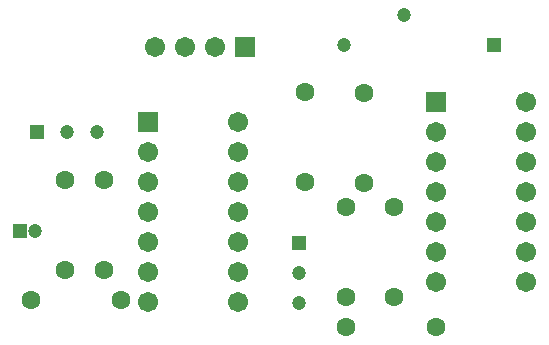
<source format=gts>
%FSTAX23Y23*%
%MOIN*%
%SFA1B1*%

%IPPOS*%
%ADD12C,0.047244*%
%ADD13R,0.047244X0.047244*%
%ADD18R,0.047244X0.047244*%
%ADD27C,0.063118*%
%ADD28R,0.047370X0.047370*%
%ADD29C,0.047370*%
%ADD30C,0.067055*%
%ADD31R,0.067055X0.067055*%
%ADD32C,0.058000*%
%ADD33C,0.047370*%
%LNntc-1*%
%LPD*%
G54D12*
X02755Y0352D03*
X02655D03*
X0378Y0391D03*
X0358Y0381D03*
X03429Y0295D03*
Y0305D03*
G54D13*
X02555Y0352D03*
X0408Y0381D03*
G54D18*
X03429Y0315D03*
G54D27*
X03585Y0287D03*
X03885D03*
X0278Y0336D03*
Y0306D03*
X03745Y0327D03*
Y0297D03*
X02835Y0296D03*
X02535D03*
X0265Y0306D03*
Y0336D03*
X03645Y0365D03*
Y0335D03*
X03585Y0327D03*
Y0297D03*
X0345Y03655D03*
Y03355D03*
G54D28*
X025Y0319D03*
G54D29*
X0255Y0319D03*
G54D30*
X03225Y02955D03*
Y03055D03*
Y03155D03*
Y03255D03*
Y03355D03*
Y03455D03*
Y03555D03*
X02925Y02955D03*
Y03055D03*
Y03155D03*
Y03255D03*
Y03355D03*
Y03455D03*
X04185Y0302D03*
Y0312D03*
Y0322D03*
Y0332D03*
Y0342D03*
Y0352D03*
Y0362D03*
X03885Y0302D03*
Y0312D03*
Y0322D03*
Y0332D03*
Y0342D03*
Y0352D03*
X0295Y03805D03*
X0305D03*
X0315D03*
G54D31*
X02925Y03555D03*
X03885Y0362D03*
X0325Y03805D03*
G54D32*
X0305Y03805D03*
X03885Y0302D03*
X02835Y0296D03*
X02925Y03255D03*
Y03555D03*
X0278Y0336D03*
X0265D03*
X0278Y0306D03*
X0325Y03805D03*
X03885Y0332D03*
G54D33*
X0255Y0319D03*
M02*
</source>
